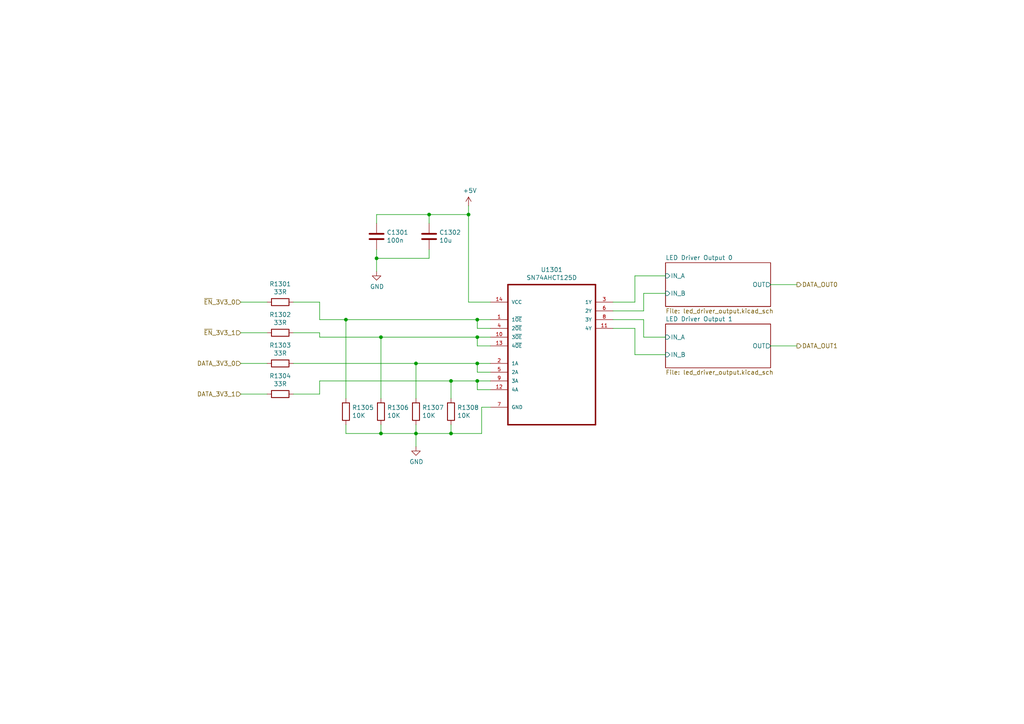
<source format=kicad_sch>
(kicad_sch (version 20211123) (generator eeschema)
  (paper "A4")
  (title_block (title "WS2812 Controller") (date "2021-10-10") (rev "1") (company "Stefan Misik") (comment 1 "LED Data Driver"))
  (lib_symbols
    (symbol "Device:C" (pin_numbers hide) (pin_names (offset 0.254))
      (property "Reference" "C" (at 0.635 2.54 0))
      (property "Value" "C" (at 0.635 -2.54 0))
      (symbol "C_0_1"
        (polyline (pts (xy -2.032 -0.762) (xy 2.032 -0.762)) (stroke (width 0.508)))
        (polyline (pts (xy -2.032 0.762) (xy 2.032 0.762)) (stroke (width 0.508)))
      )
      (symbol "C_1_1"
        (pin passive line (at 0 3.81 270) (length 2.794) (name "~") (number "1"))
        (pin passive line (at 0 -3.81 90) (length 2.794) (name "~") (number "2"))
      )
    )
    (symbol "Device:R" (pin_numbers hide) (pin_names (offset 0))
      (property "Reference" "R" (at 2.032 0 90))
      (property "Value" "R" (at 0 0 90))
      (symbol "R_0_1"
        (rectangle (start -1.016 -2.54) (end 1.016 2.54) (stroke (width 0.254)))
      )
      (symbol "R_1_1"
        (pin passive line (at 0 3.81 270) (length 1.27) (name "~") (number "1"))
        (pin passive line (at 0 -3.81 90) (length 1.27) (name "~") (number "2"))
      )
    )
    (symbol "SN74AHCT125D:SN74AHCT125D" (pin_names (offset 1.016))
      (property "Reference" "U" (at -5.3594 21.844 0))
      (property "Value" "SN74AHCT125D" (at -3.937 -28.7782 0))
      (symbol "SN74AHCT125D_0_0"
        (polyline (pts (xy -12.7 -22.86) (xy 12.7 -22.86)) (stroke (width 0.4064)))
        (polyline (pts (xy -12.7 17.78) (xy -12.7 -22.86)) (stroke (width 0.4064)))
        (polyline (pts (xy 12.7 -22.86) (xy 12.7 17.78)) (stroke (width 0.4064)))
        (polyline (pts (xy 12.7 17.78) (xy -12.7 17.78)) (stroke (width 0.4064)))
        (pin input line (at -17.78 7.62 0) (length 5.08) (name "1~{OE}") (number "1"))
        (pin input line (at -17.78 2.54 0) (length 5.08) (name "3~{OE}") (number "10"))
        (pin output line (at 17.78 5.08 180) (length 5.08) (name "4Y") (number "11"))
        (pin input line (at -17.78 -12.7 0) (length 5.08) (name "4A") (number "12"))
        (pin input line (at -17.78 0 0) (length 5.08) (name "4~{OE}") (number "13"))
        (pin power_in line (at -17.78 12.7 0) (length 5.08) (name "VCC") (number "14"))
        (pin input line (at -17.78 -5.08 0) (length 5.08) (name "1A") (number "2"))
        (pin output line (at 17.78 12.7 180) (length 5.08) (name "1Y") (number "3"))
        (pin input line (at -17.78 5.08 0) (length 5.08) (name "2~{OE}") (number "4"))
        (pin input line (at -17.78 -7.62 0) (length 5.08) (name "2A") (number "5"))
        (pin output line (at 17.78 10.16 180) (length 5.08) (name "2Y") (number "6"))
        (pin passive line (at -17.78 -17.78 0) (length 5.08) (name "GND") (number "7"))
        (pin output line (at 17.78 7.62 180) (length 5.08) (name "3Y") (number "8"))
        (pin input line (at -17.78 -10.16 0) (length 5.08) (name "3A") (number "9"))
      )
    )
    (symbol "power:+5V" (power) (pin_names (offset 0))
      (property "Value" "+5V" (at 0 3.556 0))
      (symbol "+5V_0_1"
        (polyline (pts (xy -0.762 1.27) (xy 0 2.54)))
        (polyline (pts (xy 0 0) (xy 0 2.54)))
        (polyline (pts (xy 0 2.54) (xy 0.762 1.27)))
      )
      (symbol "+5V_1_1"
        (pin power_in line (at 0 0 90) (length 0) hide (name "+5V") (number "1"))
      )
    )
    (symbol "power:GND" (power) (pin_names (offset 0))
      (property "Value" "GND" (at 0 -3.81 0))
      (symbol "GND_0_1"
        (polyline (pts (xy 0 0) (xy 0 -1.27) (xy 1.27 -1.27) (xy 0 -2.54) (xy -1.27 -1.27) (xy 0 -1.27)))
      )
      (symbol "GND_1_1"
        (pin power_in line (at 0 0 270) (length 0) hide (name "GND") (number "1"))
      )
    )
  )
  (junction (at 130.81 110.49))
  (junction (at 110.49 125.73))
  (junction (at 130.81 125.73))
  (junction (at 120.65 105.41))
  (junction (at 100.33 92.71))
  (junction (at 110.49 97.79))
  (junction (at 135.89 62.23))
  (junction (at 120.65 125.73))
  (junction (at 138.43 110.49))
  (junction (at 138.43 92.71))
  (junction (at 109.22 74.93))
  (junction (at 124.46 62.23))
  (junction (at 138.43 97.79))
  (junction (at 138.43 105.41))
  (wire (pts (xy 85.09 87.63) (xy 92.71 87.63)))
  (wire (pts (xy 100.33 125.73) (xy 100.33 123.19)))
  (wire (pts (xy 177.8 90.17) (xy 186.69 90.17)))
  (wire (pts (xy 69.85 87.63) (xy 77.47 87.63)))
  (wire (pts (xy 120.65 125.73) (xy 110.49 125.73)))
  (wire (pts (xy 184.15 87.63) (xy 184.15 80.01)))
  (wire (pts (xy 92.71 96.52) (xy 92.71 97.79)))
  (wire (pts (xy 223.52 82.55) (xy 231.14 82.55)))
  (wire (pts (xy 92.71 110.49) (xy 130.81 110.49)))
  (wire (pts (xy 124.46 64.77) (xy 124.46 62.23)))
  (wire (pts (xy 120.65 105.41) (xy 138.43 105.41)))
  (wire (pts (xy 92.71 114.3) (xy 92.71 110.49)))
  (wire (pts (xy 124.46 62.23) (xy 135.89 62.23)))
  (wire (pts (xy 130.81 125.73) (xy 130.81 123.19)))
  (wire (pts (xy 135.89 87.63) (xy 142.24 87.63)))
  (wire (pts (xy 100.33 115.57) (xy 100.33 92.71)))
  (wire (pts (xy 138.43 92.71) (xy 142.24 92.71)))
  (wire (pts (xy 223.52 100.33) (xy 231.14 100.33)))
  (wire (pts (xy 69.85 96.52) (xy 77.47 96.52)))
  (wire (pts (xy 142.24 97.79) (xy 138.43 97.79)))
  (wire (pts (xy 130.81 110.49) (xy 138.43 110.49)))
  (wire (pts (xy 92.71 92.71) (xy 100.33 92.71)))
  (wire (pts (xy 85.09 105.41) (xy 120.65 105.41)))
  (wire (pts (xy 138.43 105.41) (xy 142.24 105.41)))
  (wire (pts (xy 184.15 80.01) (xy 193.04 80.01)))
  (wire (pts (xy 135.89 87.63) (xy 135.89 62.23)))
  (wire (pts (xy 138.43 95.25) (xy 138.43 92.71)))
  (wire (pts (xy 138.43 100.33) (xy 138.43 97.79)))
  (wire (pts (xy 177.8 92.71) (xy 186.69 92.71)))
  (wire (pts (xy 186.69 90.17) (xy 186.69 85.09)))
  (wire (pts (xy 138.43 107.95) (xy 138.43 105.41)))
  (wire (pts (xy 110.49 97.79) (xy 138.43 97.79)))
  (wire (pts (xy 186.69 92.71) (xy 186.69 97.79)))
  (wire (pts (xy 142.24 113.03) (xy 138.43 113.03)))
  (wire (pts (xy 92.71 87.63) (xy 92.71 92.71)))
  (wire (pts (xy 186.69 97.79) (xy 193.04 97.79)))
  (wire (pts (xy 138.43 110.49) (xy 142.24 110.49)))
  (wire (pts (xy 139.7 125.73) (xy 139.7 118.11)))
  (wire (pts (xy 109.22 78.74) (xy 109.22 74.93)))
  (wire (pts (xy 92.71 97.79) (xy 110.49 97.79)))
  (wire (pts (xy 142.24 95.25) (xy 138.43 95.25)))
  (wire (pts (xy 120.65 115.57) (xy 120.65 105.41)))
  (wire (pts (xy 139.7 118.11) (xy 142.24 118.11)))
  (wire (pts (xy 110.49 115.57) (xy 110.49 97.79)))
  (wire (pts (xy 124.46 72.39) (xy 124.46 74.93)))
  (wire (pts (xy 177.8 95.25) (xy 184.15 95.25)))
  (wire (pts (xy 184.15 102.87) (xy 193.04 102.87)))
  (wire (pts (xy 85.09 114.3) (xy 92.71 114.3)))
  (wire (pts (xy 69.85 105.41) (xy 77.47 105.41)))
  (wire (pts (xy 109.22 74.93) (xy 109.22 72.39)))
  (wire (pts (xy 120.65 125.73) (xy 130.81 125.73)))
  (wire (pts (xy 142.24 107.95) (xy 138.43 107.95)))
  (wire (pts (xy 120.65 129.54) (xy 120.65 125.73)))
  (wire (pts (xy 109.22 64.77) (xy 109.22 62.23)))
  (wire (pts (xy 100.33 92.71) (xy 138.43 92.71)))
  (wire (pts (xy 130.81 125.73) (xy 139.7 125.73)))
  (wire (pts (xy 135.89 59.69) (xy 135.89 62.23)))
  (wire (pts (xy 69.85 114.3) (xy 77.47 114.3)))
  (wire (pts (xy 142.24 100.33) (xy 138.43 100.33)))
  (wire (pts (xy 110.49 125.73) (xy 100.33 125.73)))
  (wire (pts (xy 186.69 85.09) (xy 193.04 85.09)))
  (wire (pts (xy 85.09 96.52) (xy 92.71 96.52)))
  (wire (pts (xy 120.65 125.73) (xy 120.65 123.19)))
  (wire (pts (xy 110.49 125.73) (xy 110.49 123.19)))
  (wire (pts (xy 138.43 113.03) (xy 138.43 110.49)))
  (wire (pts (xy 130.81 115.57) (xy 130.81 110.49)))
  (wire (pts (xy 109.22 62.23) (xy 124.46 62.23)))
  (wire (pts (xy 177.8 87.63) (xy 184.15 87.63)))
  (wire (pts (xy 184.15 95.25) (xy 184.15 102.87)))
  (wire (pts (xy 124.46 74.93) (xy 109.22 74.93)))
  (hierarchical_label "DATA_3V3_1" (shape input) (at 69.85 114.3 180))
  (hierarchical_label "~{EN}_3V3_0" (shape input) (at 69.85 87.63 180))
  (hierarchical_label "DATA_3V3_0" (shape input) (at 69.85 105.41 180))
  (hierarchical_label "~{EN}_3V3_1" (shape input) (at 69.85 96.52 180))
  (hierarchical_label "DATA_OUT1" (shape output) (at 231.14 100.33 0))
  (hierarchical_label "DATA_OUT0" (shape output) (at 231.14 82.55 0))
  (symbol (lib_id "SN74AHCT125D:SN74AHCT125D") (at 160.02 100.33 0) (unit 1)
    (property "Reference" "U1301" (at 160.02 78.232 0))
    (property "Value" "SN74AHCT125D" (at 160.02 80.5434 0))
    (property "Footprint" "Package_SO:SOIC-14_3.9x8.7mm_P1.27mm" (effects hide))
    (property "Datasheet" "SOIC-14 Texas Instruments" (effects hide))
    (property "Field4" "Buffer-line Driver 4 Channel Non-Inverting 3 State CMOS 14-Pin SOIC Tube" (effects hide))
    (property "Field5" "None" (effects hide))
    (property "Field6" "Unavailable" (effects hide))
    (property "Field7" "Texas Instruments" (effects hide))
    (property "Field8" "SN74AHCT125D" (effects hide))
  )
  (symbol (lib_id "power:+5V") (at 135.89 59.69 0) (unit 1)
    (property "Reference" "#PWR01301" (effects hide))
    (property "Value" "+5V" (at 136.271 55.2958 0))
  )
  (symbol (lib_id "Device:C") (at 124.46 68.58 0) (unit 1)
    (property "Reference" "C1302" (at 127.381 67.4116 0) (effects (justify left)))
    (property "Value" "10u" (at 127.381 69.723 0) (effects (justify left)))
    (property "Footprint" "Capacitor_SMD:C_1206_3216Metric_Pad1.33x1.80mm_HandSolder" (effects hide))
  )
  (symbol (lib_id "Device:C") (at 109.22 68.58 0) (unit 1)
    (property "Reference" "C1301" (at 112.141 67.4116 0) (effects (justify left)))
    (property "Value" "100n" (at 112.141 69.723 0) (effects (justify left)))
    (property "Footprint" "Capacitor_SMD:C_0805_2012Metric_Pad1.18x1.45mm_HandSolder" (effects hide))
  )
  (symbol (lib_id "power:GND") (at 109.22 78.74 0) (unit 1)
    (property "Reference" "#PWR01302" (effects hide))
    (property "Value" "GND" (at 109.347 83.1342 0))
  )
  (symbol (lib_id "Device:R") (at 130.81 119.38 0) (unit 1)
    (property "Reference" "R1308" (at 132.588 118.2116 0) (effects (justify left)))
    (property "Value" "10K" (at 132.588 120.523 0) (effects (justify left)))
    (property "Footprint" "Resistor_SMD:R_0805_2012Metric_Pad1.20x1.40mm_HandSolder" (effects hide))
  )
  (symbol (lib_id "Device:R") (at 120.65 119.38 0) (unit 1)
    (property "Reference" "R1307" (at 122.428 118.2116 0) (effects (justify left)))
    (property "Value" "10K" (at 122.428 120.523 0) (effects (justify left)))
    (property "Footprint" "Resistor_SMD:R_0805_2012Metric_Pad1.20x1.40mm_HandSolder" (effects hide))
  )
  (symbol (lib_id "power:GND") (at 120.65 129.54 0) (unit 1)
    (property "Reference" "#PWR01303" (effects hide))
    (property "Value" "GND" (at 120.777 133.9342 0))
  )
  (symbol (lib_id "Device:R") (at 81.28 105.41 90) (unit 1)
    (property "Reference" "R1303" (at 81.28 100.1522 90))
    (property "Value" "33R" (at 81.28 102.4636 90))
    (property "Footprint" "Resistor_SMD:R_0805_2012Metric_Pad1.20x1.40mm_HandSolder" (effects hide))
  )
  (symbol (lib_id "Device:R") (at 81.28 114.3 270) (unit 1)
    (property "Reference" "R1304" (at 81.28 109.0422 90))
    (property "Value" "33R" (at 81.28 111.3536 90))
    (property "Footprint" "Resistor_SMD:R_0805_2012Metric_Pad1.20x1.40mm_HandSolder" (effects hide))
  )
  (symbol (lib_id "Device:R") (at 81.28 96.52 270) (unit 1)
    (property "Reference" "R1302" (at 81.28 91.2622 90))
    (property "Value" "33R" (at 81.28 93.5736 90))
    (property "Footprint" "Resistor_SMD:R_0805_2012Metric_Pad1.20x1.40mm_HandSolder" (effects hide))
  )
  (symbol (lib_id "Device:R") (at 81.28 87.63 270) (unit 1)
    (property "Reference" "R1301" (at 81.28 82.3722 90))
    (property "Value" "33R" (at 81.28 84.6836 90))
    (property "Footprint" "Resistor_SMD:R_0805_2012Metric_Pad1.20x1.40mm_HandSolder" (effects hide))
  )
  (symbol (lib_id "Device:R") (at 110.49 119.38 0) (unit 1)
    (property "Reference" "R1306" (at 112.268 118.2116 0) (effects (justify left)))
    (property "Value" "10K" (at 112.268 120.523 0) (effects (justify left)))
    (property "Footprint" "Resistor_SMD:R_0805_2012Metric_Pad1.20x1.40mm_HandSolder" (effects hide))
  )
  (symbol (lib_id "Device:R") (at 100.33 119.38 0) (unit 1)
    (property "Reference" "R1305" (at 102.108 118.2116 0) (effects (justify left)))
    (property "Value" "10K" (at 102.108 120.523 0) (effects (justify left)))
    (property "Footprint" "Resistor_SMD:R_0805_2012Metric_Pad1.20x1.40mm_HandSolder" (effects hide))
  )
  (sheet (at 193.04 76.2) (size 30.48 12.7)
    (property "Sheet name" "LED Driver Output 0" (at 193.04 75.4884 0) (effects (justify left bottom)))
    (property "Sheet file" "led_driver_output.kicad_sch" (at 193.04 89.4846 0) (effects (justify left top)))
    (pin "IN_B" input (at 193.04 85.09 180))
    (pin "IN_A" input (at 193.04 80.01 180))
    (pin "OUT" output (at 223.52 82.55 0))
  )
  (sheet (at 193.04 93.98) (size 30.48 12.7)
    (property "Sheet name" "LED Driver Output 1" (at 193.04 93.2684 0) (effects (justify left bottom)))
    (property "Sheet file" "led_driver_output.kicad_sch" (at 193.04 107.2646 0) (effects (justify left top)))
    (pin "IN_B" input (at 193.04 102.87 180))
    (pin "IN_A" input (at 193.04 97.79 180))
    (pin "OUT" output (at 223.52 100.33 0))
  )
)
</source>
